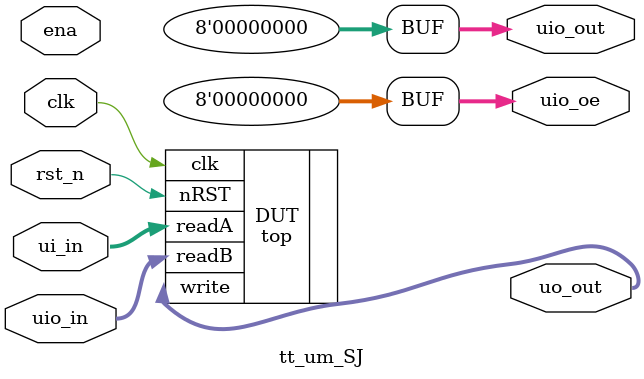
<source format=sv>
module tt_um_SJ(
    input  wire [7:0] ui_in,    // Dedicated inputs
    output wire [7:0] uo_out,   // Dedicated outputs
    input  wire [7:0] uio_in,   // IOs: Input path
    output wire [7:0] uio_out,  // IOs: Output path
    output wire [7:0] uio_oe,   // IOs: Enable path (active high: 0=input, 1=output)
    input  wire       ena,      // will go high when the design is enabled
    input  wire       clk,      // clock
    input  wire       rst_n     // reset_n - low to reset
);

    assign uio_oe  = 0;
    assign uio_out  = 0;

    top DUT(
        .clk(clk),
        .nRST(rst_n),
        .readA(ui_in),
        .readB(uio_in),
        .write(uo_out)
    );

endmodule
</source>
